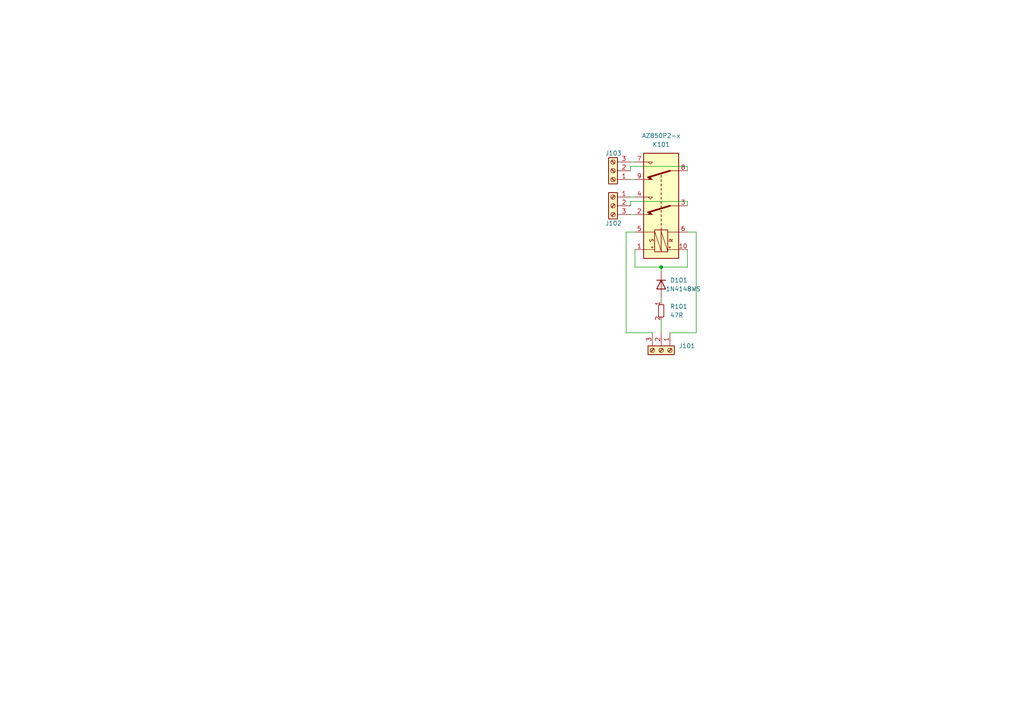
<source format=kicad_sch>
(kicad_sch (version 20231120) (generator "eeschema") (generator_version "8.0")
  (paper "A4")
  (lib_symbols
    (symbol "Connector:Screw_Terminal_01x03" (pin_names (offset 1.016) hide)
      (property "Reference" "J" (at 0 5.08 0))
      (property "Value" "Screw_Terminal_01x03" (at 0 -5.08 0))
      (symbol "Screw_Terminal_01x03_1_1"
        (rectangle (start -1.27 3.81) (end 1.27 -3.81) (stroke (width 0.254)) (fill (type background)))
        (circle (center 0 -2.54) (radius 0.635) (stroke (width 0.1524)))
        (polyline (pts (xy -0.5334 -2.2098) (xy 0.3302 -3.048)) (stroke (width 0.1524)))
        (polyline (pts (xy -0.5334 0.3302) (xy 0.3302 -0.508)) (stroke (width 0.1524)))
        (polyline (pts (xy -0.5334 2.8702) (xy 0.3302 2.032)) (stroke (width 0.1524)))
        (polyline (pts (xy -0.3556 -2.032) (xy 0.508 -2.8702)) (stroke (width 0.1524)))
        (polyline (pts (xy -0.3556 0.508) (xy 0.508 -0.3302)) (stroke (width 0.1524)))
        (polyline (pts (xy -0.3556 3.048) (xy 0.508 2.2098)) (stroke (width 0.1524)))
        (circle (center 0 0) (radius 0.635) (stroke (width 0.1524)))
        (circle (center 0 2.54) (radius 0.635) (stroke (width 0.1524)))
        (pin passive line (at -5.08 2.54 0) (length 3.81) (name "Pin_1") (number "1"))
        (pin passive line (at -5.08 0 0) (length 3.81) (name "Pin_2") (number "2"))
        (pin passive line (at -5.08 -2.54 0) (length 3.81) (name "Pin_3") (number "3"))
      )
    )
    (symbol "Relay:AZ850P2-x"
      (property "Reference" "K" (at 16.51 3.81 0))
      (property "Value" "AZ850P2-x" (at 16.51 1.27 0))
      (symbol "AZ850P2-x_0_0"
        (polyline (pts (xy -2.54 5.08) (xy -2.54 2.54) (xy -1.905 3.175) (xy -2.54 3.81)) (fill (type outline)))
        (polyline (pts (xy 2.54 5.08) (xy 2.54 2.54) (xy 1.905 3.175) (xy 2.54 3.81)))
        (polyline (pts (xy 7.62 5.08) (xy 7.62 2.54) (xy 8.255 3.175) (xy 7.62 3.81)) (fill (type outline)))
        (polyline (pts (xy 12.7 5.08) (xy 12.7 2.54) (xy 12.065 3.175) (xy 12.7 3.81)))
        (text "+" (at -12.065 -2.413 0) (effects (font (size 0.762 0.762))))
        (text "+" (at -12.065 2.667 0) (effects (font (size 0.762 0.762))))
        (text "R" (at -10.033 -2.921 0) (effects (font (size 1.016 1.016))))
        (text "S" (at -10.033 2.794 0) (effects (font (size 1.016 1.016))))
      )
      (symbol "AZ850P2-x_0_1"
        (rectangle (start -15.24 5.08) (end 15.24 -5.08) (stroke (width 0.254)) (fill (type background)))
        (rectangle (start -13.335 1.905) (end -6.985 -1.905) (stroke (width 0.2032)))
        (polyline (pts (xy -13.335 0) (xy -6.35 0)) (stroke (width 0.2032)))
        (polyline (pts (xy -13.081 -1.905) (xy -7.493 0)))
        (polyline (pts (xy -13.081 0) (xy -7.366 1.905)))
        (polyline (pts (xy -12.7 -5.08) (xy -12.7 -1.905)))
        (polyline (pts (xy -12.7 5.08) (xy -12.7 1.905)))
        (polyline (pts (xy -7.62 -5.08) (xy -7.62 -1.905)))
        (polyline (pts (xy -7.62 5.08) (xy -7.62 1.905)))
        (polyline (pts (xy -5.715 0) (xy -5.08 0)) (stroke (width 0.2032)))
        (polyline (pts (xy -4.445 0) (xy -3.81 0)) (stroke (width 0.2032)))
        (polyline (pts (xy -3.175 0) (xy -2.54 0)) (stroke (width 0.2032)))
        (polyline (pts (xy -1.905 0) (xy -1.27 0)) (stroke (width 0.2032)))
        (polyline (pts (xy -0.635 0) (xy 0 0)) (stroke (width 0.2032)))
        (polyline (pts (xy 0 -2.54) (xy -1.905 3.81)) (stroke (width 0.508)))
        (polyline (pts (xy 0 -2.54) (xy 0 -5.08)))
        (polyline (pts (xy 0.635 0) (xy 1.27 0)) (stroke (width 0.2032)))
        (polyline (pts (xy 1.905 0) (xy 2.54 0)) (stroke (width 0.2032)))
        (polyline (pts (xy 3.175 0) (xy 3.81 0)) (stroke (width 0.2032)))
        (polyline (pts (xy 4.445 0) (xy 5.08 0)) (stroke (width 0.2032)))
        (polyline (pts (xy 5.715 0) (xy 6.35 0)) (stroke (width 0.2032)))
        (polyline (pts (xy 6.985 0) (xy 7.62 0)) (stroke (width 0.2032)))
        (polyline (pts (xy 8.255 0) (xy 8.89 0)) (stroke (width 0.2032)))
        (polyline (pts (xy 10.16 -2.54) (xy 8.255 3.81)) (stroke (width 0.508)))
        (polyline (pts (xy 10.16 -2.54) (xy 10.16 -5.08)))
      )
      (symbol "AZ850P2-x_1_1"
        (pin passive line (at -12.7 7.62 270) (length 2.54) (name "~") (number "1"))
        (pin passive line (at -12.7 -7.62 90) (length 2.54) (name "~") (number "10"))
        (pin passive line (at -2.54 7.62 270) (length 2.54) (name "~") (number "2"))
        (pin passive line (at 0 -7.62 90) (length 2.54) (name "~") (number "3"))
        (pin passive line (at 2.54 7.62 270) (length 2.54) (name "~") (number "4"))
        (pin passive line (at -7.62 7.62 270) (length 2.54) (name "~") (number "5"))
        (pin passive line (at -7.62 -7.62 90) (length 2.54) (name "~") (number "6"))
        (pin passive line (at 12.7 7.62 270) (length 2.54) (name "~") (number "7"))
        (pin passive line (at 10.16 -7.62 90) (length 2.54) (name "~") (number "8"))
        (pin passive line (at 7.62 7.62 270) (length 2.54) (name "~") (number "9"))
      )
    )
    (symbol "custom_kicad_lib_sk:1N4148WS" (pin_numbers hide) (pin_names hide)
      (property "Reference" "D" (at 0 2.54 0))
      (property "Value" "1N4148WS" (at 0 -2.54 0))
      (symbol "1N4148WS_0_1"
        (polyline (pts (xy -1.27 1.27) (xy -1.27 -1.27)) (stroke (width 0.254)))
        (polyline (pts (xy 1.27 0) (xy -1.27 0)))
        (polyline (pts (xy 1.27 1.27) (xy 1.27 -1.27) (xy -1.27 0) (xy 1.27 1.27)) (stroke (width 0.254)))
      )
      (symbol "1N4148WS_1_1"
        (pin passive line (at -3.81 0 0) (length 2.54) (name "K") (number "1"))
        (pin passive line (at 3.81 0 180) (length 2.54) (name "A") (number "2"))
      )
    )
    (symbol "resistors_0805:R_47R_0805"
      (property "Reference" "R" (at 1.27 2.54 0))
      (property "Value" "47R" (at 2.54 -2.54 0))
      (symbol "R_47R_0805_0_1"
        (rectangle (start -0.762 1.778) (end 0.762 -1.778) (stroke (width 0.2032)))
      )
      (symbol "R_47R_0805_1_1"
        (pin passive line (at 0 2.54 270) (length 0.762) (name "~") (number "1"))
        (pin passive line (at 0 -2.54 90) (length 0.762) (name "~") (number "2"))
      )
    )
  )
  (junction (at 191.77 77.47))
  (wire (pts (xy 181.61 67.31) (xy 184.15 67.31)))
  (wire (pts (xy 184.15 46.99) (xy 182.88 46.99)))
  (wire (pts (xy 191.77 86.36) (xy 191.77 87.63)))
  (wire (pts (xy 201.93 67.31) (xy 201.93 96.52)))
  (wire (pts (xy 184.15 77.47) (xy 184.15 72.39)))
  (wire (pts (xy 181.61 96.52) (xy 181.61 67.31)))
  (wire (pts (xy 191.77 77.47) (xy 184.15 77.47)))
  (wire (pts (xy 199.39 58.42) (xy 199.39 59.69)))
  (wire (pts (xy 181.61 96.52) (xy 189.23 96.52)))
  (wire (pts (xy 199.39 72.39) (xy 199.39 77.47)))
  (wire (pts (xy 199.39 58.42) (xy 182.88 58.42)))
  (wire (pts (xy 184.15 57.15) (xy 182.88 57.15)))
  (wire (pts (xy 201.93 96.52) (xy 194.31 96.52)))
  (wire (pts (xy 184.15 62.23) (xy 182.88 62.23)))
  (wire (pts (xy 184.15 52.07) (xy 182.88 52.07)))
  (wire (pts (xy 182.88 58.42) (xy 182.88 59.69)))
  (wire (pts (xy 191.77 78.74) (xy 191.77 77.47)))
  (wire (pts (xy 199.39 48.26) (xy 199.39 49.53)))
  (wire (pts (xy 191.77 92.71) (xy 191.77 96.52)))
  (wire (pts (xy 182.88 48.26) (xy 182.88 49.53)))
  (wire (pts (xy 199.39 67.31) (xy 201.93 67.31)))
  (wire (pts (xy 199.39 48.26) (xy 182.88 48.26)))
  (wire (pts (xy 199.39 77.47) (xy 191.77 77.47)))
  (symbol (lib_id "resistors_0805:R_47R_0805") (at 191.77 90.17 0) (unit 1)
    (property "Reference" "R101" (at 194.31 88.8999 0) (effects (justify left)))
    (property "Value" "47R" (at 194.31 91.4399 0) (effects (justify left)))
    (property "Footprint" "custom_kicad_lib_sk:R_0805_handsolder-smalltext" (effects (hide yes)))
    (property "JLCPCB Part#" "C17714" (effects (hide yes)))
  )
  (symbol (lib_id "Relay:AZ850P2-x") (at 191.77 59.69 90) (unit 1)
    (property "Reference" "K101" (at 191.77 41.91 90))
    (property "Value" "AZ850P2-x" (at 191.77 39.37 90))
    (property "Footprint" "Relay_THT:Relay_DPDT_FRT5" (effects (hide yes)))
    (property "Datasheet" "http://www.azettler.com/pdfs/az850.pdf" (effects (hide yes)))
    (property "Description" "American Zettler, Microminiature Polarised Dual Pole Relay Bistable" (effects (hide yes)))
  )
  (symbol (lib_id "Connector:Screw_Terminal_01x03") (at 191.77 101.6 270) (unit 1)
    (property "Reference" "J101" (at 196.85 100.3299 90) (effects (justify left)))
    (property "Value" "Screw_Terminal_01x03" (effects (hide yes)))
    (property "Footprint" "Connector_Phoenix_MC:PhoenixContact_MC_1,5_3-G-3.5_1x03_P3.50mm_Horizontal" (effects (hide yes)))
    (property "Description" "Generic screw terminal, single row, 01x03, script generated (kicad-library-utils/schlib/autogen/connector/)" (effects (hide yes)))
    (property "JLCPCB Part#" "C880573" (effects (hide yes)))
  )
  (symbol (lib_id "custom_kicad_lib_sk:1N4148WS") (at 191.77 82.55 270) (unit 1)
    (property "Reference" "D101" (at 194.31 81.2799 90) (effects (justify left)))
    (property "Value" "1N4148WS" (at 193.04 83.82 90) (effects (justify left)))
    (property "Footprint" "Diode_SMD:D_SOD-323" (effects (hide yes)))
    (property "Datasheet" "https://www.vishay.com/docs/85751/1n4148ws.pdf" (effects (hide yes)))
    (property "Description" "75V 0.15A Fast switching Diode, SOD-323" (effects (hide yes)))
    (property "Sim.Device" "D" (effects (hide yes)))
    (property "Sim.Pins" "1=K 2=A" (effects (hide yes)))
    (property "JLCPCB Part#" "C2128" (effects (hide yes)))
  )
  (symbol (lib_id "Connector:Screw_Terminal_01x03") (at 177.8 59.69 0) (mirror y) (unit 1)
    (property "Reference" "J102" (at 180.34 64.77 0) (effects (justify left)))
    (property "Value" "Screw_Terminal_01x03" (effects (hide yes)))
    (property "Footprint" "Connector_Phoenix_MC:PhoenixContact_MC_1,5_3-G-3.5_1x03_P3.50mm_Horizontal" (effects (hide yes)))
    (property "Description" "Generic screw terminal, single row, 01x03, script generated (kicad-library-utils/schlib/autogen/connector/)" (effects (hide yes)))
    (property "JLCPCB Part#" "C880573" (effects (hide yes)))
  )
  (symbol (lib_id "Connector:Screw_Terminal_01x03") (at 177.8 49.53 180) (unit 1)
    (property "Reference" "J103" (at 180.34 44.45 0) (effects (justify left)))
    (property "Value" "Screw_Terminal_01x03" (effects (hide yes)))
    (property "Footprint" "Connector_Phoenix_MC:PhoenixContact_MC_1,5_3-G-3.5_1x03_P3.50mm_Horizontal" (effects (hide yes)))
    (property "Description" "Generic screw terminal, single row, 01x03, script generated (kicad-library-utils/schlib/autogen/connector/)" (effects (hide yes)))
    (property "JLCPCB Part#" "C880573" (effects (hide yes)))
  )
)
</source>
